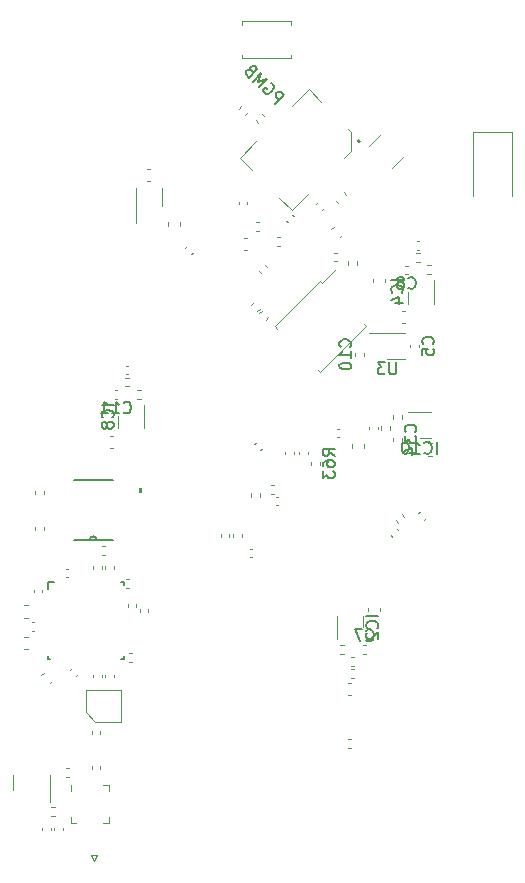
<source format=gbr>
%TF.GenerationSoftware,KiCad,Pcbnew,(6.0.4)*%
%TF.CreationDate,2023-05-16T14:10:18+09:00*%
%TF.ProjectId,RFB,5246422e-6b69-4636-9164-5f7063625858,rev?*%
%TF.SameCoordinates,Original*%
%TF.FileFunction,Legend,Bot*%
%TF.FilePolarity,Positive*%
%FSLAX46Y46*%
G04 Gerber Fmt 4.6, Leading zero omitted, Abs format (unit mm)*
G04 Created by KiCad (PCBNEW (6.0.4)) date 2023-05-16 14:10:18*
%MOMM*%
%LPD*%
G01*
G04 APERTURE LIST*
%ADD10C,0.150000*%
%ADD11C,0.120000*%
%ADD12C,0.200000*%
%ADD13C,0.152400*%
G04 APERTURE END LIST*
D10*
X58786880Y-37455644D02*
X59493987Y-36748537D01*
X59224613Y-36479163D01*
X59123598Y-36445491D01*
X59056254Y-36445491D01*
X58955239Y-36479163D01*
X58854224Y-36580178D01*
X58820552Y-36681193D01*
X58820552Y-36748537D01*
X58854224Y-36849552D01*
X59123598Y-37118926D01*
X58382819Y-35704712D02*
X58483835Y-35738384D01*
X58584850Y-35839400D01*
X58652193Y-35974087D01*
X58652193Y-36108774D01*
X58618522Y-36209789D01*
X58517506Y-36378148D01*
X58416491Y-36479163D01*
X58248132Y-36580178D01*
X58147117Y-36613850D01*
X58012430Y-36613850D01*
X57877743Y-36546506D01*
X57810400Y-36479163D01*
X57743056Y-36344476D01*
X57743056Y-36277132D01*
X57978758Y-36041430D01*
X58113445Y-36176117D01*
X57372667Y-36041430D02*
X58079774Y-35334323D01*
X57338995Y-35603697D01*
X57608369Y-34862919D01*
X56901262Y-35570025D01*
X56699232Y-34627216D02*
X56564545Y-34559873D01*
X56497201Y-34559873D01*
X56396186Y-34593545D01*
X56295171Y-34694560D01*
X56261499Y-34795575D01*
X56261499Y-34862919D01*
X56295171Y-34963934D01*
X56564545Y-35233308D01*
X57271651Y-34526201D01*
X57035949Y-34290499D01*
X56934934Y-34256827D01*
X56867590Y-34256827D01*
X56766575Y-34290499D01*
X56699232Y-34357842D01*
X56665560Y-34458858D01*
X56665560Y-34526201D01*
X56699232Y-34627216D01*
X56934934Y-34862919D01*
%TO.C,IC10*%
X72445380Y-67077180D02*
X72445380Y-66077180D01*
X71397761Y-66981942D02*
X71445380Y-67029561D01*
X71588238Y-67077180D01*
X71683476Y-67077180D01*
X71826333Y-67029561D01*
X71921571Y-66934323D01*
X71969190Y-66839085D01*
X72016809Y-66648609D01*
X72016809Y-66505752D01*
X71969190Y-66315276D01*
X71921571Y-66220038D01*
X71826333Y-66124800D01*
X71683476Y-66077180D01*
X71588238Y-66077180D01*
X71445380Y-66124800D01*
X71397761Y-66172419D01*
X70445380Y-67077180D02*
X71016809Y-67077180D01*
X70731095Y-67077180D02*
X70731095Y-66077180D01*
X70826333Y-66220038D01*
X70921571Y-66315276D01*
X71016809Y-66362895D01*
X69826333Y-66077180D02*
X69731095Y-66077180D01*
X69635857Y-66124800D01*
X69588238Y-66172419D01*
X69540619Y-66267657D01*
X69493000Y-66458133D01*
X69493000Y-66696228D01*
X69540619Y-66886704D01*
X69588238Y-66981942D01*
X69635857Y-67029561D01*
X69731095Y-67077180D01*
X69826333Y-67077180D01*
X69921571Y-67029561D01*
X69969190Y-66981942D01*
X70016809Y-66886704D01*
X70064428Y-66696228D01*
X70064428Y-66458133D01*
X70016809Y-66267657D01*
X69969190Y-66172419D01*
X69921571Y-66124800D01*
X69826333Y-66077180D01*
%TO.C,IC8*%
X45085980Y-62955609D02*
X44085980Y-62955609D01*
X44990742Y-64003228D02*
X45038361Y-63955609D01*
X45085980Y-63812752D01*
X45085980Y-63717514D01*
X45038361Y-63574657D01*
X44943123Y-63479419D01*
X44847885Y-63431800D01*
X44657409Y-63384180D01*
X44514552Y-63384180D01*
X44324076Y-63431800D01*
X44228838Y-63479419D01*
X44133600Y-63574657D01*
X44085980Y-63717514D01*
X44085980Y-63812752D01*
X44133600Y-63955609D01*
X44181219Y-64003228D01*
X44514552Y-64574657D02*
X44466933Y-64479419D01*
X44419314Y-64431800D01*
X44324076Y-64384180D01*
X44276457Y-64384180D01*
X44181219Y-64431800D01*
X44133600Y-64479419D01*
X44085980Y-64574657D01*
X44085980Y-64765133D01*
X44133600Y-64860371D01*
X44181219Y-64907990D01*
X44276457Y-64955609D01*
X44324076Y-64955609D01*
X44419314Y-64907990D01*
X44466933Y-64860371D01*
X44514552Y-64765133D01*
X44514552Y-64574657D01*
X44562171Y-64479419D01*
X44609790Y-64431800D01*
X44705028Y-64384180D01*
X44895504Y-64384180D01*
X44990742Y-64431800D01*
X45038361Y-64479419D01*
X45085980Y-64574657D01*
X45085980Y-64765133D01*
X45038361Y-64860371D01*
X44990742Y-64907990D01*
X44895504Y-64955609D01*
X44705028Y-64955609D01*
X44609790Y-64907990D01*
X44562171Y-64860371D01*
X44514552Y-64765133D01*
%TO.C,IC4*%
X69596980Y-52389209D02*
X68596980Y-52389209D01*
X69501742Y-53436828D02*
X69549361Y-53389209D01*
X69596980Y-53246352D01*
X69596980Y-53151114D01*
X69549361Y-53008257D01*
X69454123Y-52913019D01*
X69358885Y-52865400D01*
X69168409Y-52817780D01*
X69025552Y-52817780D01*
X68835076Y-52865400D01*
X68739838Y-52913019D01*
X68644600Y-53008257D01*
X68596980Y-53151114D01*
X68596980Y-53246352D01*
X68644600Y-53389209D01*
X68692219Y-53436828D01*
X68930314Y-54293971D02*
X69596980Y-54293971D01*
X68549361Y-54055876D02*
X69263647Y-53817780D01*
X69263647Y-54436828D01*
%TO.C,IC2*%
X67483580Y-80811809D02*
X66483580Y-80811809D01*
X67388342Y-81859428D02*
X67435961Y-81811809D01*
X67483580Y-81668952D01*
X67483580Y-81573714D01*
X67435961Y-81430857D01*
X67340723Y-81335619D01*
X67245485Y-81288000D01*
X67055009Y-81240380D01*
X66912152Y-81240380D01*
X66721676Y-81288000D01*
X66626438Y-81335619D01*
X66531200Y-81430857D01*
X66483580Y-81573714D01*
X66483580Y-81668952D01*
X66531200Y-81811809D01*
X66578819Y-81859428D01*
X66578819Y-82240380D02*
X66531200Y-82288000D01*
X66483580Y-82383238D01*
X66483580Y-82621333D01*
X66531200Y-82716571D01*
X66578819Y-82764190D01*
X66674057Y-82811809D01*
X66769295Y-82811809D01*
X66912152Y-82764190D01*
X67483580Y-82192761D01*
X67483580Y-82811809D01*
%TO.C,C34*%
X70630542Y-65242142D02*
X70678161Y-65194523D01*
X70725780Y-65051666D01*
X70725780Y-64956428D01*
X70678161Y-64813571D01*
X70582923Y-64718333D01*
X70487685Y-64670714D01*
X70297209Y-64623095D01*
X70154352Y-64623095D01*
X69963876Y-64670714D01*
X69868638Y-64718333D01*
X69773400Y-64813571D01*
X69725780Y-64956428D01*
X69725780Y-65051666D01*
X69773400Y-65194523D01*
X69821019Y-65242142D01*
X69725780Y-65575476D02*
X69725780Y-66194523D01*
X70106733Y-65861190D01*
X70106733Y-66004047D01*
X70154352Y-66099285D01*
X70201971Y-66146904D01*
X70297209Y-66194523D01*
X70535304Y-66194523D01*
X70630542Y-66146904D01*
X70678161Y-66099285D01*
X70725780Y-66004047D01*
X70725780Y-65718333D01*
X70678161Y-65623095D01*
X70630542Y-65575476D01*
X70059114Y-67051666D02*
X70725780Y-67051666D01*
X69678161Y-66813571D02*
X70392447Y-66575476D01*
X70392447Y-67194523D01*
%TO.C,C11*%
X45933657Y-63569342D02*
X45981276Y-63616961D01*
X46124133Y-63664580D01*
X46219371Y-63664580D01*
X46362228Y-63616961D01*
X46457466Y-63521723D01*
X46505085Y-63426485D01*
X46552704Y-63236009D01*
X46552704Y-63093152D01*
X46505085Y-62902676D01*
X46457466Y-62807438D01*
X46362228Y-62712200D01*
X46219371Y-62664580D01*
X46124133Y-62664580D01*
X45981276Y-62712200D01*
X45933657Y-62759819D01*
X44981276Y-63664580D02*
X45552704Y-63664580D01*
X45266990Y-63664580D02*
X45266990Y-62664580D01*
X45362228Y-62807438D01*
X45457466Y-62902676D01*
X45552704Y-62950295D01*
X44028895Y-63664580D02*
X44600323Y-63664580D01*
X44314609Y-63664580D02*
X44314609Y-62664580D01*
X44409847Y-62807438D01*
X44505085Y-62902676D01*
X44600323Y-62950295D01*
%TO.C,C8*%
X70044666Y-53028342D02*
X70092285Y-53075961D01*
X70235142Y-53123580D01*
X70330380Y-53123580D01*
X70473238Y-53075961D01*
X70568476Y-52980723D01*
X70616095Y-52885485D01*
X70663714Y-52695009D01*
X70663714Y-52552152D01*
X70616095Y-52361676D01*
X70568476Y-52266438D01*
X70473238Y-52171200D01*
X70330380Y-52123580D01*
X70235142Y-52123580D01*
X70092285Y-52171200D01*
X70044666Y-52218819D01*
X69473238Y-52552152D02*
X69568476Y-52504533D01*
X69616095Y-52456914D01*
X69663714Y-52361676D01*
X69663714Y-52314057D01*
X69616095Y-52218819D01*
X69568476Y-52171200D01*
X69473238Y-52123580D01*
X69282761Y-52123580D01*
X69187523Y-52171200D01*
X69139904Y-52218819D01*
X69092285Y-52314057D01*
X69092285Y-52361676D01*
X69139904Y-52456914D01*
X69187523Y-52504533D01*
X69282761Y-52552152D01*
X69473238Y-52552152D01*
X69568476Y-52599771D01*
X69616095Y-52647390D01*
X69663714Y-52742628D01*
X69663714Y-52933104D01*
X69616095Y-53028342D01*
X69568476Y-53075961D01*
X69473238Y-53123580D01*
X69282761Y-53123580D01*
X69187523Y-53075961D01*
X69139904Y-53028342D01*
X69092285Y-52933104D01*
X69092285Y-52742628D01*
X69139904Y-52647390D01*
X69187523Y-52599771D01*
X69282761Y-52552152D01*
%TO.C,C7*%
X66488666Y-82864742D02*
X66536285Y-82912361D01*
X66679142Y-82959980D01*
X66774380Y-82959980D01*
X66917238Y-82912361D01*
X67012476Y-82817123D01*
X67060095Y-82721885D01*
X67107714Y-82531409D01*
X67107714Y-82388552D01*
X67060095Y-82198076D01*
X67012476Y-82102838D01*
X66917238Y-82007600D01*
X66774380Y-81959980D01*
X66679142Y-81959980D01*
X66536285Y-82007600D01*
X66488666Y-82055219D01*
X66155333Y-81959980D02*
X65488666Y-81959980D01*
X65917238Y-82959980D01*
%TO.C,U3*%
X69006104Y-59358780D02*
X69006104Y-60168304D01*
X68958485Y-60263542D01*
X68910866Y-60311161D01*
X68815628Y-60358780D01*
X68625152Y-60358780D01*
X68529914Y-60311161D01*
X68482295Y-60263542D01*
X68434676Y-60168304D01*
X68434676Y-59358780D01*
X68053723Y-59358780D02*
X67434676Y-59358780D01*
X67768009Y-59739733D01*
X67625152Y-59739733D01*
X67529914Y-59787352D01*
X67482295Y-59834971D01*
X67434676Y-59930209D01*
X67434676Y-60168304D01*
X67482295Y-60263542D01*
X67529914Y-60311161D01*
X67625152Y-60358780D01*
X67910866Y-60358780D01*
X68006104Y-60311161D01*
X68053723Y-60263542D01*
%TO.C,C10*%
X65110142Y-58028542D02*
X65157761Y-57980923D01*
X65205380Y-57838066D01*
X65205380Y-57742828D01*
X65157761Y-57599971D01*
X65062523Y-57504733D01*
X64967285Y-57457114D01*
X64776809Y-57409495D01*
X64633952Y-57409495D01*
X64443476Y-57457114D01*
X64348238Y-57504733D01*
X64253000Y-57599971D01*
X64205380Y-57742828D01*
X64205380Y-57838066D01*
X64253000Y-57980923D01*
X64300619Y-58028542D01*
X65205380Y-58980923D02*
X65205380Y-58409495D01*
X65205380Y-58695209D02*
X64205380Y-58695209D01*
X64348238Y-58599971D01*
X64443476Y-58504733D01*
X64491095Y-58409495D01*
X64205380Y-59599971D02*
X64205380Y-59695209D01*
X64253000Y-59790447D01*
X64300619Y-59838066D01*
X64395857Y-59885685D01*
X64586333Y-59933304D01*
X64824428Y-59933304D01*
X65014904Y-59885685D01*
X65110142Y-59838066D01*
X65157761Y-59790447D01*
X65205380Y-59695209D01*
X65205380Y-59599971D01*
X65157761Y-59504733D01*
X65110142Y-59457114D01*
X65014904Y-59409495D01*
X64824428Y-59361876D01*
X64586333Y-59361876D01*
X64395857Y-59409495D01*
X64300619Y-59457114D01*
X64253000Y-59504733D01*
X64205380Y-59599971D01*
%TO.C,C5*%
X72103742Y-57796133D02*
X72151361Y-57748514D01*
X72198980Y-57605657D01*
X72198980Y-57510419D01*
X72151361Y-57367561D01*
X72056123Y-57272323D01*
X71960885Y-57224704D01*
X71770409Y-57177085D01*
X71627552Y-57177085D01*
X71437076Y-57224704D01*
X71341838Y-57272323D01*
X71246600Y-57367561D01*
X71198980Y-57510419D01*
X71198980Y-57605657D01*
X71246600Y-57748514D01*
X71294219Y-57796133D01*
X71198980Y-58700895D02*
X71198980Y-58224704D01*
X71675171Y-58177085D01*
X71627552Y-58224704D01*
X71579933Y-58319942D01*
X71579933Y-58558038D01*
X71627552Y-58653276D01*
X71675171Y-58700895D01*
X71770409Y-58748514D01*
X72008504Y-58748514D01*
X72103742Y-58700895D01*
X72151361Y-58653276D01*
X72198980Y-58558038D01*
X72198980Y-58319942D01*
X72151361Y-58224704D01*
X72103742Y-58177085D01*
%TO.C,R63*%
X63801580Y-67274743D02*
X63325390Y-66941410D01*
X63801580Y-66703315D02*
X62801580Y-66703315D01*
X62801580Y-67084267D01*
X62849200Y-67179505D01*
X62896819Y-67227124D01*
X62992057Y-67274743D01*
X63134914Y-67274743D01*
X63230152Y-67227124D01*
X63277771Y-67179505D01*
X63325390Y-67084267D01*
X63325390Y-66703315D01*
X62801580Y-68131886D02*
X62801580Y-67941410D01*
X62849200Y-67846172D01*
X62896819Y-67798553D01*
X63039676Y-67703315D01*
X63230152Y-67655696D01*
X63611104Y-67655696D01*
X63706342Y-67703315D01*
X63753961Y-67750934D01*
X63801580Y-67846172D01*
X63801580Y-68036648D01*
X63753961Y-68131886D01*
X63706342Y-68179505D01*
X63611104Y-68227124D01*
X63373009Y-68227124D01*
X63277771Y-68179505D01*
X63230152Y-68131886D01*
X63182533Y-68036648D01*
X63182533Y-67846172D01*
X63230152Y-67750934D01*
X63277771Y-67703315D01*
X63373009Y-67655696D01*
X62801580Y-68560458D02*
X62801580Y-69179505D01*
X63182533Y-68846172D01*
X63182533Y-68989029D01*
X63230152Y-69084267D01*
X63277771Y-69131886D01*
X63373009Y-69179505D01*
X63611104Y-69179505D01*
X63706342Y-69131886D01*
X63753961Y-69084267D01*
X63801580Y-68989029D01*
X63801580Y-68703315D01*
X63753961Y-68608077D01*
X63706342Y-68560458D01*
D11*
%TO.C,R44*%
X71021641Y-50849800D02*
X70714359Y-50849800D01*
X71021641Y-50089800D02*
X70714359Y-50089800D01*
%TO.C,IC10*%
X69993000Y-63564800D02*
X71993000Y-63564800D01*
X70993000Y-65784800D02*
X71993000Y-65784800D01*
%TO.C,IC8*%
X47693600Y-62931800D02*
X47693600Y-64931800D01*
X45473600Y-63931800D02*
X45473600Y-64931800D01*
%TO.C,IC4*%
X72204600Y-52365400D02*
X72204600Y-54365400D01*
X69984600Y-53365400D02*
X69984600Y-54365400D01*
%TO.C,IC2*%
X63971200Y-82788000D02*
X63971200Y-80788000D01*
X66191200Y-81788000D02*
X66191200Y-80788000D01*
%TO.C,R68*%
X46354241Y-61390800D02*
X46046959Y-61390800D01*
X46354241Y-60630800D02*
X46046959Y-60630800D01*
%TO.C,C34*%
X69473400Y-65992836D02*
X69473400Y-65777164D01*
X68753400Y-65992836D02*
X68753400Y-65777164D01*
%TO.C,C11*%
X45182964Y-62412200D02*
X45398636Y-62412200D01*
X45182964Y-61692200D02*
X45398636Y-61692200D01*
%TO.C,C8*%
X69770164Y-51871200D02*
X69985836Y-51871200D01*
X69770164Y-51151200D02*
X69985836Y-51151200D01*
%TO.C,C7*%
X66429836Y-83307600D02*
X66214164Y-83307600D01*
X66429836Y-84027600D02*
X66214164Y-84027600D01*
%TO.C,U3*%
X66744200Y-56846400D02*
X69744200Y-56846400D01*
X68244200Y-59066400D02*
X69744200Y-59066400D01*
%TO.C,C10*%
X66273000Y-58563564D02*
X66273000Y-58779236D01*
X65553000Y-58563564D02*
X65553000Y-58779236D01*
%TO.C,C5*%
X70226600Y-58070636D02*
X70226600Y-57854964D01*
X70946600Y-58070636D02*
X70946600Y-57854964D01*
%TO.C,R63*%
X62559200Y-68071242D02*
X62559200Y-67763960D01*
X61799200Y-68071242D02*
X61799200Y-67763960D01*
%TO.C,R61*%
X56939140Y-54258059D02*
X56721859Y-54475340D01*
X57476541Y-54795460D02*
X57259260Y-55012741D01*
%TO.C,R58*%
X57650340Y-54969259D02*
X57433059Y-55186540D01*
X58187741Y-55506660D02*
X57970460Y-55723941D01*
%TO.C,R11*%
X57453800Y-70742241D02*
X57453800Y-70434959D01*
X56693800Y-70742241D02*
X56693800Y-70434959D01*
%TO.C,C102*%
X45034780Y-65555400D02*
X44753620Y-65555400D01*
X45034780Y-66575400D02*
X44753620Y-66575400D01*
%TO.C,C116*%
X46097364Y-60354800D02*
X46313036Y-60354800D01*
X46097364Y-59634800D02*
X46313036Y-59634800D01*
%TO.C,R69*%
X47372241Y-61672200D02*
X47064959Y-61672200D01*
X47372241Y-62432200D02*
X47064959Y-62432200D01*
%TO.C,C92*%
X51654896Y-50200221D02*
X51807399Y-50047718D01*
X51145779Y-49691104D02*
X51298282Y-49538601D01*
%TO.C,C141*%
X65176980Y-86459600D02*
X64895820Y-86459600D01*
X65176980Y-87479600D02*
X64895820Y-87479600D01*
%TO.C,SW1*%
X60083600Y-30459400D02*
X55943600Y-30459400D01*
X55943600Y-30459400D02*
X55943600Y-30759400D01*
X55943600Y-33299400D02*
X55943600Y-33599400D01*
X60083600Y-30759400D02*
X60083600Y-30459400D01*
X55943600Y-33599400D02*
X60083600Y-33599400D01*
X60083600Y-33599400D02*
X60083600Y-33299400D01*
%TO.C,R12*%
X69714317Y-72402716D02*
X69497036Y-72185435D01*
X69176916Y-72940117D02*
X68959635Y-72722836D01*
%TO.C,C150*%
X68099400Y-52553180D02*
X68099400Y-52272020D01*
X67079400Y-52553180D02*
X67079400Y-52272020D01*
%TO.C,IC6*%
X61594738Y-36213799D02*
X60180524Y-37628012D01*
X59119864Y-45392045D02*
X60180524Y-46452705D01*
X62655398Y-37274459D02*
X61594738Y-36213799D01*
X61594738Y-36213799D02*
X60180524Y-37628012D01*
X65215125Y-41418105D02*
X64592871Y-42040359D01*
X65215125Y-39834186D02*
X65215125Y-41418105D01*
X62655398Y-37274459D02*
X61594738Y-36213799D01*
X55768178Y-42040359D02*
X57182391Y-40626145D01*
X64946424Y-39565485D02*
X65215125Y-39834186D01*
X61594738Y-36213799D02*
X60180524Y-37628012D01*
X62655398Y-37274459D02*
X61594738Y-36213799D01*
X60180524Y-46452705D02*
X61594738Y-45038492D01*
X56828838Y-43101019D02*
X55768178Y-42040359D01*
D12*
X65937378Y-40626145D02*
G75*
G03*
X65937378Y-40626145I-100000J0D01*
G01*
D11*
%TO.C,C69*%
X65159836Y-91257800D02*
X64944164Y-91257800D01*
X65159836Y-91977800D02*
X64944164Y-91977800D01*
%TO.C,R75*%
X64258759Y-83287600D02*
X64566041Y-83287600D01*
X64258759Y-84047600D02*
X64566041Y-84047600D01*
%TO.C,C122*%
X66647600Y-80111020D02*
X66647600Y-80392180D01*
X67667600Y-80111020D02*
X67667600Y-80392180D01*
%TO.C,R47*%
X41325041Y-93701600D02*
X41017759Y-93701600D01*
X41325041Y-94461600D02*
X41017759Y-94461600D01*
%TO.C,C56*%
X56617764Y-75870200D02*
X56833436Y-75870200D01*
X56617764Y-75150200D02*
X56833436Y-75150200D01*
%TO.C,C30*%
X38147164Y-82071800D02*
X38362836Y-82071800D01*
X38147164Y-81351800D02*
X38362836Y-81351800D01*
%TO.C,C145*%
X57362779Y-48212918D02*
X57147107Y-48212918D01*
X57362779Y-47492918D02*
X57147107Y-47492918D01*
%TO.C,C121*%
X72009580Y-67235800D02*
X71728420Y-67235800D01*
X72009580Y-66215800D02*
X71728420Y-66215800D01*
%TO.C,C144*%
X60201007Y-46841447D02*
X60353510Y-46993950D01*
X59691890Y-47350564D02*
X59844393Y-47503067D01*
%TO.C,C13*%
X46617836Y-83968000D02*
X46402164Y-83968000D01*
X46617836Y-84688000D02*
X46402164Y-84688000D01*
%TO.C,C40*%
X58645625Y-69755211D02*
X58429953Y-69755211D01*
X58645625Y-70475211D02*
X58429953Y-70475211D01*
%TO.C,R23*%
X55929800Y-74169241D02*
X55929800Y-73861959D01*
X55169800Y-74169241D02*
X55169800Y-73861959D01*
%TO.C,C39*%
X60329400Y-67138436D02*
X60329400Y-66922764D01*
X59609400Y-67138436D02*
X59609400Y-66922764D01*
%TO.C,U16*%
X49204901Y-46075600D02*
X49204901Y-44575600D01*
X46984901Y-47575600D02*
X46984901Y-44575600D01*
%TO.C,C27*%
X44374797Y-76621165D02*
X44374797Y-76836837D01*
X45094797Y-76621165D02*
X45094797Y-76836837D01*
%TO.C,R51*%
X57107883Y-38849284D02*
X57325164Y-39066565D01*
X57645284Y-38311883D02*
X57862565Y-38529164D01*
%TO.C,C48*%
X54893800Y-73907764D02*
X54893800Y-74123436D01*
X54173800Y-73907764D02*
X54173800Y-74123436D01*
%TO.C,C107*%
X63880547Y-45680699D02*
X64079358Y-45879510D01*
X64601796Y-44959450D02*
X64800607Y-45158261D01*
%TO.C,R54*%
X65708800Y-51080641D02*
X65708800Y-50773359D01*
X64948800Y-51080641D02*
X64948800Y-50773359D01*
%TO.C,C17*%
X48010400Y-80260364D02*
X48010400Y-80476036D01*
X47290400Y-80260364D02*
X47290400Y-80476036D01*
%TO.C,C41*%
X59035836Y-70736600D02*
X58820164Y-70736600D01*
X59035836Y-71456600D02*
X58820164Y-71456600D01*
%TO.C,C26*%
X44078797Y-76621165D02*
X44078797Y-76836837D01*
X43358797Y-76621165D02*
X43358797Y-76836837D01*
%TO.C,C42*%
X61523200Y-67138436D02*
X61523200Y-66922764D01*
X60803200Y-67138436D02*
X60803200Y-66922764D01*
%TO.C,C132*%
X65439236Y-86059600D02*
X65223564Y-86059600D01*
X65439236Y-85339600D02*
X65223564Y-85339600D01*
%TO.C,C97*%
X43226400Y-93539364D02*
X43226400Y-93755036D01*
X43946400Y-93539364D02*
X43946400Y-93755036D01*
%TO.C,Q2*%
X36590800Y-94894400D02*
X36590800Y-95544400D01*
X39710800Y-94894400D02*
X39710800Y-96569400D01*
X36590800Y-94894400D02*
X36590800Y-94244400D01*
X39710800Y-94894400D02*
X39710800Y-94244400D01*
%TO.C,C32*%
X46299800Y-79828564D02*
X46299800Y-80044236D01*
X47019800Y-79828564D02*
X47019800Y-80044236D01*
%TO.C,C155*%
X56392400Y-45980236D02*
X56392400Y-45764564D01*
X55672400Y-45980236D02*
X55672400Y-45764564D01*
D12*
%TO.C,U4*%
X39497798Y-84203799D02*
X39497798Y-84428800D01*
X39722798Y-84428800D02*
X39497798Y-84428800D01*
X40072798Y-77978800D02*
X39497798Y-77978800D01*
X45947797Y-77978800D02*
X45722797Y-77978800D01*
X39497798Y-77978800D02*
X39497798Y-78553800D01*
X45947797Y-77978800D02*
X45947797Y-78203801D01*
X45947797Y-84203799D02*
X45947797Y-84428800D01*
X45947797Y-84428800D02*
X45722797Y-84428800D01*
D11*
%TO.C,C24*%
X41042764Y-76805200D02*
X41258436Y-76805200D01*
X41042764Y-77525200D02*
X41258436Y-77525200D01*
%TO.C,U12*%
X66439332Y-56311800D02*
X66255484Y-56127952D01*
X60658734Y-54384934D02*
X58731868Y-56311800D01*
X64512466Y-58238666D02*
X66439332Y-56311800D01*
X58731868Y-56311800D02*
X58915716Y-56495648D01*
X60658734Y-54384934D02*
X62585600Y-52458068D01*
X62585600Y-60165532D02*
X62401752Y-59981684D01*
X62769448Y-52641916D02*
X63953852Y-51457512D01*
X62585600Y-52458068D02*
X62769448Y-52641916D01*
X64512466Y-58238666D02*
X62585600Y-60165532D01*
%TO.C,R48*%
X40109841Y-97761000D02*
X39802559Y-97761000D01*
X40109841Y-97001000D02*
X39802559Y-97001000D01*
%TO.C,C76*%
X68534629Y-73940852D02*
X68687132Y-74093355D01*
X69043746Y-73431735D02*
X69196249Y-73584238D01*
%TO.C,C113*%
X62391109Y-45763816D02*
X62238606Y-45916319D01*
X62900226Y-46272933D02*
X62747723Y-46425436D01*
%TO.C,C20*%
X38971562Y-85808589D02*
X39170373Y-85609778D01*
X39692811Y-86529838D02*
X39891622Y-86331027D01*
%TO.C,C154*%
X63963436Y-50059000D02*
X63747764Y-50059000D01*
X63963436Y-50779000D02*
X63747764Y-50779000D01*
%TO.C,C43*%
X64194636Y-65688800D02*
X63978964Y-65688800D01*
X64194636Y-64968800D02*
X63978964Y-64968800D01*
%TO.C,C38*%
X57506107Y-66802610D02*
X57658610Y-66650107D01*
X56996990Y-66293493D02*
X57149493Y-66140990D01*
%TO.C,R73*%
X69493400Y-63803559D02*
X69493400Y-64110841D01*
X68733400Y-63803559D02*
X68733400Y-64110841D01*
%TO.C,C96*%
X43946400Y-90598164D02*
X43946400Y-90813836D01*
X43226400Y-90598164D02*
X43226400Y-90813836D01*
%TO.C,C131*%
X67441400Y-65030236D02*
X67441400Y-64814564D01*
X66721400Y-65030236D02*
X66721400Y-64814564D01*
%TO.C,C152*%
X57543609Y-51775830D02*
X57391106Y-51623327D01*
X58052726Y-51266713D02*
X57900223Y-51114210D01*
%TO.C,C6*%
X70755564Y-49093800D02*
X70971236Y-49093800D01*
X70755564Y-49813800D02*
X70971236Y-49813800D01*
%TO.C,C84*%
X70856179Y-72144704D02*
X71008682Y-71992201D01*
X71365296Y-72653821D02*
X71517799Y-72501318D01*
%TO.C,R50*%
X55897740Y-37646459D02*
X55680459Y-37863740D01*
X56435141Y-38183860D02*
X56217860Y-38401141D01*
%TO.C,R5*%
X44380438Y-74875801D02*
X44073156Y-74875801D01*
X44380438Y-75635801D02*
X44073156Y-75635801D01*
D13*
%TO.C,U2*%
X45034311Y-74383900D02*
X41706689Y-74383900D01*
X41706689Y-69278500D02*
X45034311Y-69278500D01*
X43675300Y-74383900D02*
G75*
G03*
X43065700Y-74383900I-304800J0D01*
G01*
G36*
X47536100Y-70396699D02*
G01*
X47282100Y-70396699D01*
X47282100Y-70015699D01*
X47536100Y-70015699D01*
X47536100Y-70396699D01*
G37*
D11*
%TO.C,C28*%
X43363400Y-86003036D02*
X43363400Y-85787364D01*
X44083400Y-86003036D02*
X44083400Y-85787364D01*
%TO.C,C29*%
X45099400Y-85997836D02*
X45099400Y-85782164D01*
X44379400Y-85997836D02*
X44379400Y-85782164D01*
%TO.C,C99*%
X40796800Y-98746364D02*
X40796800Y-98962036D01*
X40076800Y-98746364D02*
X40076800Y-98962036D01*
%TO.C,R74*%
X65173159Y-85063600D02*
X65480441Y-85063600D01*
X65173159Y-84303600D02*
X65480441Y-84303600D01*
%TO.C,D1*%
X75515200Y-39856200D02*
X75515200Y-45256200D01*
X78815200Y-39856200D02*
X78815200Y-45256200D01*
X75515200Y-39856200D02*
X78815200Y-39856200D01*
%TO.C,C146*%
X66709004Y-40994066D02*
X67714866Y-39988204D01*
X68632334Y-42917396D02*
X69638196Y-41911534D01*
%TO.C,C115*%
X59163764Y-48768114D02*
X58948092Y-48768114D01*
X59163764Y-49488114D02*
X58948092Y-49488114D01*
%TO.C,C110*%
X56376180Y-48816800D02*
X56095020Y-48816800D01*
X56376180Y-49836800D02*
X56095020Y-49836800D01*
%TO.C,C2*%
X38476600Y-70465836D02*
X38476600Y-70250164D01*
X39196600Y-70465836D02*
X39196600Y-70250164D01*
%TO.C,J3*%
X43196700Y-101087600D02*
X43696700Y-101087600D01*
X43696700Y-101087600D02*
X43446700Y-101587600D01*
X43446700Y-101587600D02*
X43196700Y-101087600D01*
%TO.C,C3*%
X38476600Y-73516436D02*
X38476600Y-73300764D01*
X39196600Y-73516436D02*
X39196600Y-73300764D01*
%TO.C,C140*%
X66321400Y-66293420D02*
X66321400Y-66574580D01*
X65301400Y-66293420D02*
X65301400Y-66574580D01*
%TO.C,R72*%
X67717400Y-64741359D02*
X67717400Y-65048641D01*
X68477400Y-64741359D02*
X68477400Y-65048641D01*
%TO.C,FL1*%
X45706400Y-89778200D02*
X45706400Y-87128200D01*
X42756400Y-88978200D02*
X43556400Y-89778200D01*
X43556400Y-89778200D02*
X45706400Y-89778200D01*
X45706400Y-87128200D02*
X42756400Y-87128200D01*
X42756400Y-87128200D02*
X42756400Y-88978200D01*
%TO.C,IC5*%
X44686200Y-95126600D02*
X44211200Y-95126600D01*
X44686200Y-95601600D02*
X44686200Y-95126600D01*
X41466200Y-95601600D02*
X41466200Y-95126600D01*
X41466200Y-98346600D02*
X41941200Y-98346600D01*
X44686200Y-97871600D02*
X44686200Y-98346600D01*
X44686200Y-98346600D02*
X44211200Y-98346600D01*
X41466200Y-97871600D02*
X41466200Y-98346600D01*
%TO.C,C4*%
X69799780Y-54989000D02*
X69518620Y-54989000D01*
X69799780Y-56009000D02*
X69518620Y-56009000D01*
%TO.C,C112*%
X48209780Y-43969400D02*
X47928620Y-43969400D01*
X48209780Y-42949400D02*
X47928620Y-42949400D01*
%TO.C,C94*%
X64242161Y-48771153D02*
X64440972Y-48572342D01*
X63520912Y-48049904D02*
X63719723Y-47851093D01*
%TO.C,C25*%
X37540020Y-82598800D02*
X37821180Y-82598800D01*
X37540020Y-83618800D02*
X37821180Y-83618800D01*
%TO.C,C22*%
X46384036Y-78414200D02*
X46168364Y-78414200D01*
X46384036Y-77694200D02*
X46168364Y-77694200D01*
%TO.C,R52*%
X71961441Y-51865800D02*
X71654159Y-51865800D01*
X71961441Y-51105800D02*
X71654159Y-51105800D01*
%TO.C,C23*%
X39069600Y-78609364D02*
X39069600Y-78825036D01*
X38349600Y-78609364D02*
X38349600Y-78825036D01*
%TO.C,C19*%
X37540020Y-80951800D02*
X37821180Y-80951800D01*
X37540020Y-79931800D02*
X37821180Y-79931800D01*
%TO.C,C98*%
X39755400Y-98746364D02*
X39755400Y-98962036D01*
X39035400Y-98746364D02*
X39035400Y-98962036D01*
%TO.C,C118*%
X50687700Y-47778581D02*
X50687700Y-47497421D01*
X49667700Y-47778581D02*
X49667700Y-47497421D01*
%TO.C,C21*%
X41935907Y-85878010D02*
X42088410Y-85725507D01*
X41426790Y-85368893D02*
X41579293Y-85216390D01*
%TD*%
M02*

</source>
